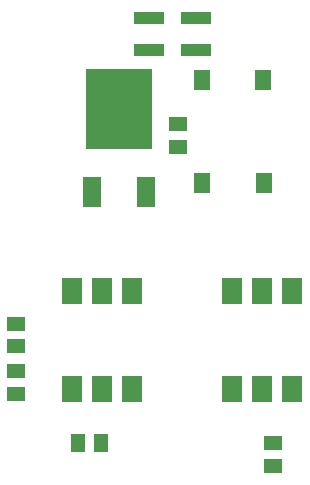
<source format=gtp>
%FSLAX24Y24*%
%MOIN*%
G70*
G01*
G75*
G04 Layer_Color=8421504*
%ADD10R,0.1024X0.0433*%
%ADD11R,0.0512X0.0591*%
%ADD12R,0.0591X0.0984*%
%ADD13R,0.2205X0.2677*%
%ADD14R,0.0591X0.0512*%
%ADD15R,0.0709X0.0906*%
%ADD16R,0.0551X0.0669*%
%ADD17C,0.0600*%
%ADD18C,0.0300*%
%ADD19C,0.0120*%
%ADD20C,0.0160*%
%ADD21C,0.1654*%
%ADD22C,0.0630*%
%ADD23R,0.0630X0.0630*%
%ADD24C,0.0709*%
%ADD25R,0.0709X0.0709*%
%ADD26C,0.0320*%
%ADD27C,0.0098*%
%ADD28C,0.0236*%
%ADD29C,0.0100*%
%ADD30C,0.0079*%
%ADD31C,0.0080*%
%ADD32C,0.0080*%
%ADD33C,0.0060*%
%ADD34C,0.0070*%
D10*
X5906Y16122D02*
D03*
Y15059D02*
D03*
X7480Y16122D02*
D03*
Y15059D02*
D03*
D11*
X3563Y1969D02*
D03*
X4311D02*
D03*
D12*
X4024Y10315D02*
D03*
X5819D02*
D03*
D13*
X4921Y13091D02*
D03*
D14*
X1496Y5177D02*
D03*
Y5925D02*
D03*
X6890Y12579D02*
D03*
Y11831D02*
D03*
X1496Y3602D02*
D03*
Y4350D02*
D03*
X10039Y1949D02*
D03*
Y1201D02*
D03*
D15*
X3370Y3750D02*
D03*
X4370D02*
D03*
X5370D02*
D03*
X3370Y7037D02*
D03*
X4370D02*
D03*
X5370D02*
D03*
X10685Y7037D02*
D03*
X9685D02*
D03*
X8685D02*
D03*
X10685Y3750D02*
D03*
X9685D02*
D03*
X8685D02*
D03*
D16*
X9724Y14075D02*
D03*
X7677D02*
D03*
X9764Y10630D02*
D03*
X7677D02*
D03*
M02*

</source>
